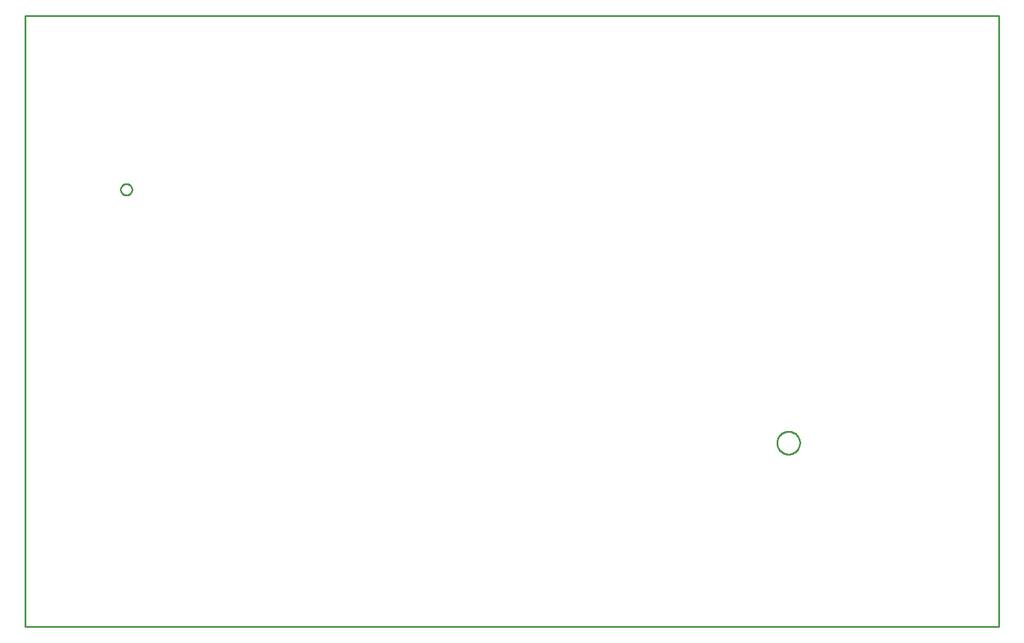
<source format=gbr>
G04 EAGLE Gerber RS-274X export*
G75*
%MOMM*%
%FSLAX34Y34*%
%LPD*%
%IN*%
%IPPOS*%
%AMOC8*
5,1,8,0,0,1.08239X$1,22.5*%
G01*
%ADD10C,0.254000*%


D10*
X0Y0D02*
X1409500Y0D01*
X1409500Y885700D01*
X0Y885700D01*
X0Y0D01*
X1088400Y266160D02*
X1088471Y265082D01*
X1088612Y264011D01*
X1088822Y262951D01*
X1089102Y261908D01*
X1089449Y260885D01*
X1089863Y259887D01*
X1090341Y258918D01*
X1090881Y257982D01*
X1091481Y257084D01*
X1092139Y256227D01*
X1092851Y255415D01*
X1093615Y254651D01*
X1094427Y253939D01*
X1095284Y253281D01*
X1096182Y252681D01*
X1097118Y252141D01*
X1098087Y251663D01*
X1099085Y251249D01*
X1100108Y250902D01*
X1101151Y250622D01*
X1102211Y250412D01*
X1103282Y250271D01*
X1104360Y250200D01*
X1105440Y250200D01*
X1106518Y250271D01*
X1107589Y250412D01*
X1108649Y250622D01*
X1109692Y250902D01*
X1110715Y251249D01*
X1111713Y251663D01*
X1112682Y252141D01*
X1113618Y252681D01*
X1114516Y253281D01*
X1115373Y253939D01*
X1116185Y254651D01*
X1116949Y255415D01*
X1117662Y256227D01*
X1118319Y257084D01*
X1118919Y257982D01*
X1119460Y258918D01*
X1119937Y259887D01*
X1120351Y260885D01*
X1120698Y261908D01*
X1120978Y262951D01*
X1121188Y264011D01*
X1121329Y265082D01*
X1121400Y266160D01*
X1121400Y267240D01*
X1121329Y268318D01*
X1121188Y269389D01*
X1120978Y270449D01*
X1120698Y271492D01*
X1120351Y272515D01*
X1119937Y273513D01*
X1119460Y274482D01*
X1118919Y275418D01*
X1118319Y276316D01*
X1117662Y277173D01*
X1116949Y277985D01*
X1116185Y278749D01*
X1115373Y279462D01*
X1114516Y280119D01*
X1113618Y280719D01*
X1112682Y281260D01*
X1111713Y281737D01*
X1110715Y282151D01*
X1109692Y282498D01*
X1108649Y282778D01*
X1107589Y282988D01*
X1106518Y283129D01*
X1105440Y283200D01*
X1104360Y283200D01*
X1103282Y283129D01*
X1102211Y282988D01*
X1101151Y282778D01*
X1100108Y282498D01*
X1099085Y282151D01*
X1098087Y281737D01*
X1097118Y281260D01*
X1096182Y280719D01*
X1095284Y280119D01*
X1094427Y279462D01*
X1093615Y278749D01*
X1092851Y277985D01*
X1092139Y277173D01*
X1091481Y276316D01*
X1090881Y275418D01*
X1090341Y274482D01*
X1089863Y273513D01*
X1089449Y272515D01*
X1089102Y271492D01*
X1088822Y270449D01*
X1088612Y269389D01*
X1088471Y268318D01*
X1088400Y267240D01*
X1088400Y266160D01*
X146753Y642150D02*
X147555Y642071D01*
X148345Y641914D01*
X149116Y641680D01*
X149860Y641372D01*
X150571Y640992D01*
X151241Y640544D01*
X151863Y640033D01*
X152433Y639463D01*
X152944Y638841D01*
X153392Y638171D01*
X153772Y637460D01*
X154080Y636716D01*
X154314Y635945D01*
X154471Y635155D01*
X154550Y634353D01*
X154550Y633547D01*
X154471Y632745D01*
X154314Y631955D01*
X154080Y631184D01*
X153772Y630440D01*
X153392Y629729D01*
X152944Y629059D01*
X152433Y628437D01*
X151863Y627867D01*
X151241Y627356D01*
X150571Y626908D01*
X149860Y626528D01*
X149116Y626220D01*
X148345Y625986D01*
X147555Y625829D01*
X146753Y625750D01*
X145947Y625750D01*
X145145Y625829D01*
X144355Y625986D01*
X143584Y626220D01*
X142840Y626528D01*
X142129Y626908D01*
X141459Y627356D01*
X140837Y627867D01*
X140267Y628437D01*
X139756Y629059D01*
X139308Y629729D01*
X138928Y630440D01*
X138620Y631184D01*
X138386Y631955D01*
X138229Y632745D01*
X138150Y633547D01*
X138150Y634353D01*
X138229Y635155D01*
X138386Y635945D01*
X138620Y636716D01*
X138928Y637460D01*
X139308Y638171D01*
X139756Y638841D01*
X140267Y639463D01*
X140837Y640033D01*
X141459Y640544D01*
X142129Y640992D01*
X142840Y641372D01*
X143584Y641680D01*
X144355Y641914D01*
X145145Y642071D01*
X145947Y642150D01*
X146753Y642150D01*
M02*

</source>
